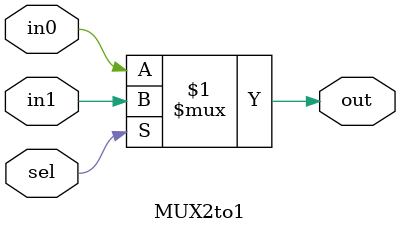
<source format=v>
`timescale 1ns / 1ps


module MUX2to1 (
    input in0,
    input in1,
    input sel,
    output out
);
    assign out = sel ? in1 : in0;
endmodule

</source>
